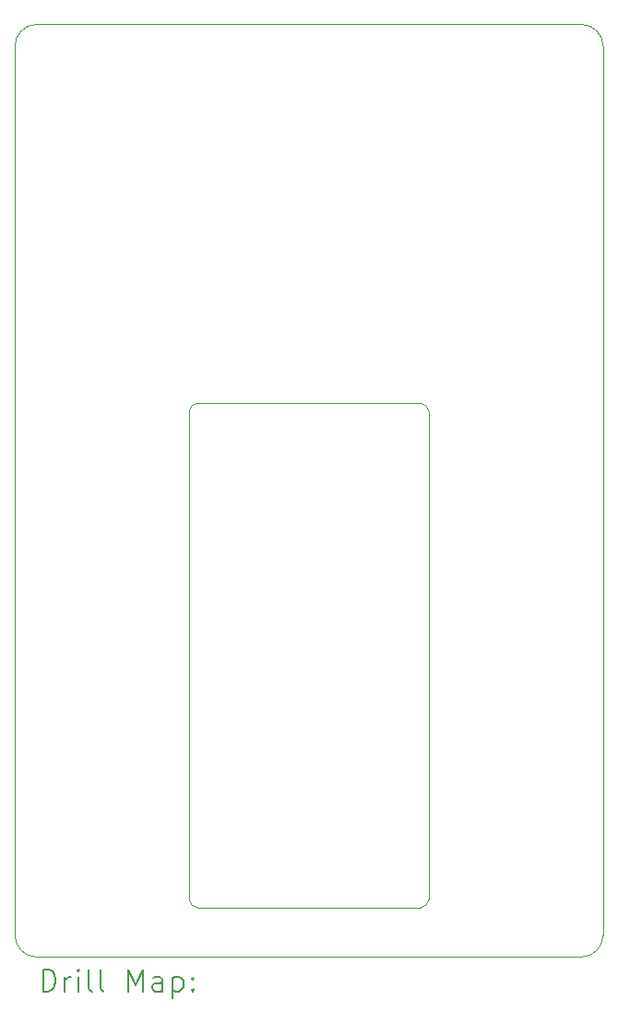
<source format=gbr>
%TF.GenerationSoftware,KiCad,Pcbnew,7.0.8*%
%TF.CreationDate,2023-11-19T22:14:03+01:00*%
%TF.ProjectId,ProtoHu_revA_layer2,50726f74-6f48-4755-9f72-6576415f6c61,rev?*%
%TF.SameCoordinates,Original*%
%TF.FileFunction,Drillmap*%
%TF.FilePolarity,Positive*%
%FSLAX45Y45*%
G04 Gerber Fmt 4.5, Leading zero omitted, Abs format (unit mm)*
G04 Created by KiCad (PCBNEW 7.0.8) date 2023-11-19 22:14:03*
%MOMM*%
%LPD*%
G01*
G04 APERTURE LIST*
%ADD10C,0.050000*%
%ADD11C,0.200000*%
G04 APERTURE END LIST*
D10*
X17348860Y-6220460D02*
X12351360Y-6220460D01*
X12151360Y-14580260D02*
G75*
G03*
X12351360Y-14780260I200000J0D01*
G01*
X15875000Y-14325000D02*
G75*
G03*
X15950000Y-14250000I0J75000D01*
G01*
X15950000Y-9775000D02*
X15950000Y-14250000D01*
X15950000Y-9775000D02*
G75*
G03*
X15875000Y-9700000I-75000J0D01*
G01*
X15875000Y-14325000D02*
X13825000Y-14325000D01*
X17548860Y-14580260D02*
X17548860Y-6420460D01*
X13825000Y-9700000D02*
G75*
G03*
X13750000Y-9775000I0J-75000D01*
G01*
X13750000Y-14250000D02*
X13750000Y-9775000D01*
X13750000Y-14250000D02*
G75*
G03*
X13825000Y-14325000I75000J0D01*
G01*
X12351360Y-14780260D02*
X17348860Y-14780260D01*
X12151360Y-6420460D02*
X12151360Y-14580260D01*
X12351360Y-6220460D02*
G75*
G03*
X12151360Y-6420460I0J-200000D01*
G01*
X17348860Y-14780260D02*
G75*
G03*
X17548860Y-14580260I0J200000D01*
G01*
X13825000Y-9700000D02*
X15875000Y-9700000D01*
X17548860Y-6420460D02*
G75*
G03*
X17348860Y-6220460I-200000J0D01*
G01*
D11*
X12409637Y-15094244D02*
X12409637Y-14894244D01*
X12409637Y-14894244D02*
X12457256Y-14894244D01*
X12457256Y-14894244D02*
X12485827Y-14903768D01*
X12485827Y-14903768D02*
X12504875Y-14922815D01*
X12504875Y-14922815D02*
X12514399Y-14941863D01*
X12514399Y-14941863D02*
X12523922Y-14979958D01*
X12523922Y-14979958D02*
X12523922Y-15008529D01*
X12523922Y-15008529D02*
X12514399Y-15046625D01*
X12514399Y-15046625D02*
X12504875Y-15065672D01*
X12504875Y-15065672D02*
X12485827Y-15084720D01*
X12485827Y-15084720D02*
X12457256Y-15094244D01*
X12457256Y-15094244D02*
X12409637Y-15094244D01*
X12609637Y-15094244D02*
X12609637Y-14960910D01*
X12609637Y-14999006D02*
X12619161Y-14979958D01*
X12619161Y-14979958D02*
X12628684Y-14970434D01*
X12628684Y-14970434D02*
X12647732Y-14960910D01*
X12647732Y-14960910D02*
X12666780Y-14960910D01*
X12733446Y-15094244D02*
X12733446Y-14960910D01*
X12733446Y-14894244D02*
X12723922Y-14903768D01*
X12723922Y-14903768D02*
X12733446Y-14913291D01*
X12733446Y-14913291D02*
X12742970Y-14903768D01*
X12742970Y-14903768D02*
X12733446Y-14894244D01*
X12733446Y-14894244D02*
X12733446Y-14913291D01*
X12857256Y-15094244D02*
X12838208Y-15084720D01*
X12838208Y-15084720D02*
X12828684Y-15065672D01*
X12828684Y-15065672D02*
X12828684Y-14894244D01*
X12962018Y-15094244D02*
X12942970Y-15084720D01*
X12942970Y-15084720D02*
X12933446Y-15065672D01*
X12933446Y-15065672D02*
X12933446Y-14894244D01*
X13190589Y-15094244D02*
X13190589Y-14894244D01*
X13190589Y-14894244D02*
X13257256Y-15037101D01*
X13257256Y-15037101D02*
X13323922Y-14894244D01*
X13323922Y-14894244D02*
X13323922Y-15094244D01*
X13504875Y-15094244D02*
X13504875Y-14989482D01*
X13504875Y-14989482D02*
X13495351Y-14970434D01*
X13495351Y-14970434D02*
X13476303Y-14960910D01*
X13476303Y-14960910D02*
X13438208Y-14960910D01*
X13438208Y-14960910D02*
X13419161Y-14970434D01*
X13504875Y-15084720D02*
X13485827Y-15094244D01*
X13485827Y-15094244D02*
X13438208Y-15094244D01*
X13438208Y-15094244D02*
X13419161Y-15084720D01*
X13419161Y-15084720D02*
X13409637Y-15065672D01*
X13409637Y-15065672D02*
X13409637Y-15046625D01*
X13409637Y-15046625D02*
X13419161Y-15027577D01*
X13419161Y-15027577D02*
X13438208Y-15018053D01*
X13438208Y-15018053D02*
X13485827Y-15018053D01*
X13485827Y-15018053D02*
X13504875Y-15008529D01*
X13600113Y-14960910D02*
X13600113Y-15160910D01*
X13600113Y-14970434D02*
X13619161Y-14960910D01*
X13619161Y-14960910D02*
X13657256Y-14960910D01*
X13657256Y-14960910D02*
X13676303Y-14970434D01*
X13676303Y-14970434D02*
X13685827Y-14979958D01*
X13685827Y-14979958D02*
X13695351Y-14999006D01*
X13695351Y-14999006D02*
X13695351Y-15056148D01*
X13695351Y-15056148D02*
X13685827Y-15075196D01*
X13685827Y-15075196D02*
X13676303Y-15084720D01*
X13676303Y-15084720D02*
X13657256Y-15094244D01*
X13657256Y-15094244D02*
X13619161Y-15094244D01*
X13619161Y-15094244D02*
X13600113Y-15084720D01*
X13781065Y-15075196D02*
X13790589Y-15084720D01*
X13790589Y-15084720D02*
X13781065Y-15094244D01*
X13781065Y-15094244D02*
X13771542Y-15084720D01*
X13771542Y-15084720D02*
X13781065Y-15075196D01*
X13781065Y-15075196D02*
X13781065Y-15094244D01*
X13781065Y-14970434D02*
X13790589Y-14979958D01*
X13790589Y-14979958D02*
X13781065Y-14989482D01*
X13781065Y-14989482D02*
X13771542Y-14979958D01*
X13771542Y-14979958D02*
X13781065Y-14970434D01*
X13781065Y-14970434D02*
X13781065Y-14989482D01*
M02*

</source>
